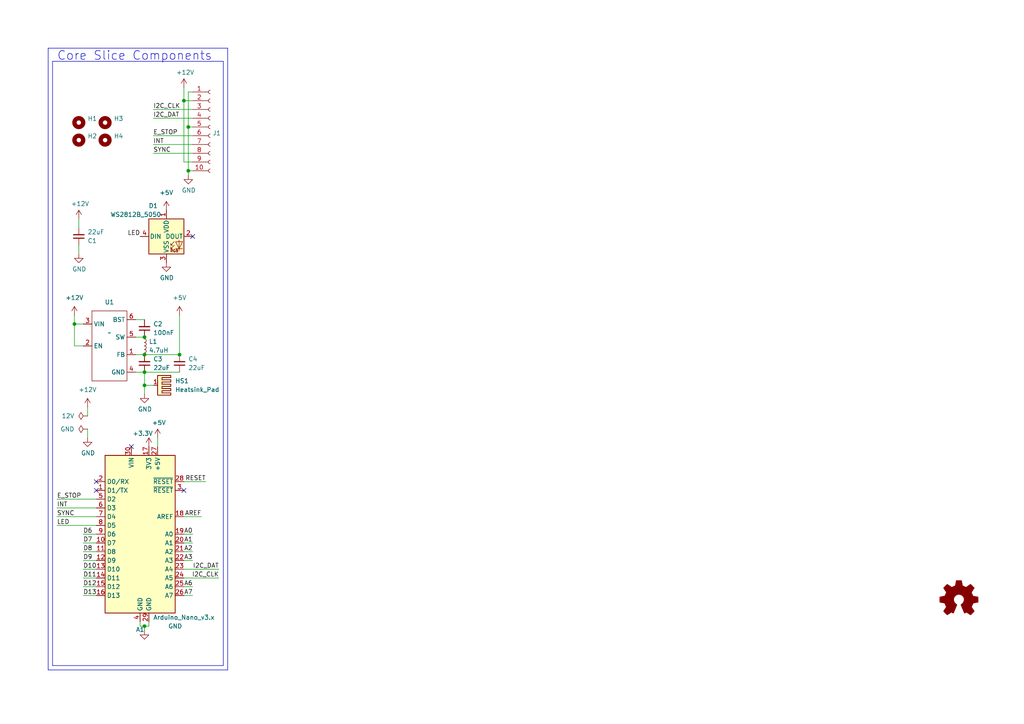
<source format=kicad_sch>
(kicad_sch (version 20250114) (generator "eeschema") (generator_version "9.0")
  (paper "A4")
  (lib_symbols
    (symbol "Connector:Conn_01x10_Female" (pin_names (offset 1.016) (hide yes))
      (property "Reference" "J" (at 0 12.7 0))
      (property "Value" "Conn_01x10_Female" (at 0 -15.24 0))
      (symbol "Conn_01x10_Female_1_1"
        (polyline (pts (xy -1.27 10.16) (xy -0.508 10.16)) (stroke (width 0.1524)))
        (polyline (pts (xy -1.27 7.62) (xy -0.508 7.62)) (stroke (width 0.1524)))
        (polyline (pts (xy -1.27 5.08) (xy -0.508 5.08)) (stroke (width 0.1524)))
        (polyline (pts (xy -1.27 2.54) (xy -0.508 2.54)) (stroke (width 0.1524)))
        (polyline (pts (xy -1.27 0) (xy -0.508 0)) (stroke (width 0.1524)))
        (polyline (pts (xy -1.27 -2.54) (xy -0.508 -2.54)) (stroke (width 0.1524)))
        (polyline (pts (xy -1.27 -5.08) (xy -0.508 -5.08)) (stroke (width 0.1524)))
        (polyline (pts (xy -1.27 -7.62) (xy -0.508 -7.62)) (stroke (width 0.1524)))
        (polyline (pts (xy -1.27 -10.16) (xy -0.508 -10.16)) (stroke (width 0.1524)))
        (polyline (pts (xy -1.27 -12.7) (xy -0.508 -12.7)) (stroke (width 0.1524)))
        (arc (start 0 9.652) (mid -0.5058 10.16) (end 0 10.668) (stroke (width 0.1524)))
        (arc (start 0 7.112) (mid -0.5058 7.62) (end 0 8.128) (stroke (width 0.1524)))
        (arc (start 0 4.572) (mid -0.5058 5.08) (end 0 5.588) (stroke (width 0.1524)))
        (arc (start 0 2.032) (mid -0.5058 2.54) (end 0 3.048) (stroke (width 0.1524)))
        (arc (start 0 -0.508) (mid -0.5058 0) (end 0 0.508) (stroke (width 0.1524)))
        (arc (start 0 -3.048) (mid -0.5058 -2.54) (end 0 -2.032) (stroke (width 0.1524)))
        (arc (start 0 -5.588) (mid -0.5058 -5.08) (end 0 -4.572) (stroke (width 0.1524)))
        (arc (start 0 -8.128) (mid -0.5058 -7.62) (end 0 -7.112) (stroke (width 0.1524)))
        (arc (start 0 -10.668) (mid -0.5058 -10.16) (end 0 -9.652) (stroke (width 0.1524)))
        (arc (start 0 -13.208) (mid -0.5058 -12.7) (end 0 -12.192) (stroke (width 0.1524)))
        (pin passive line (at -5.08 10.16 0) (length 3.81) (name "Pin_1") (number "1"))
        (pin passive line (at -5.08 7.62 0) (length 3.81) (name "Pin_2") (number "2"))
        (pin passive line (at -5.08 5.08 0) (length 3.81) (name "Pin_3") (number "3"))
        (pin passive line (at -5.08 2.54 0) (length 3.81) (name "Pin_4") (number "4"))
        (pin passive line (at -5.08 0 0) (length 3.81) (name "Pin_5") (number "5"))
        (pin passive line (at -5.08 -2.54 0) (length 3.81) (name "Pin_6") (number "6"))
        (pin passive line (at -5.08 -5.08 0) (length 3.81) (name "Pin_7") (number "7"))
        (pin passive line (at -5.08 -7.62 0) (length 3.81) (name "Pin_8") (number "8"))
        (pin passive line (at -5.08 -10.16 0) (length 3.81) (name "Pin_9") (number "9"))
        (pin passive line (at -5.08 -12.7 0) (length 3.81) (name "Pin_10") (number "10"))
      )
    )
    (symbol "Device:C_Small" (pin_numbers (hide yes)) (pin_names (offset 0.254) (hide yes))
      (property "Reference" "C" (at 0.254 1.778 0))
      (property "Value" "C_Small" (at 0.254 -2.032 0))
      (symbol "C_Small_0_1"
        (polyline (pts (xy -1.524 0.508) (xy 1.524 0.508)) (stroke (width 0.3048)))
        (polyline (pts (xy -1.524 -0.508) (xy 1.524 -0.508)) (stroke (width 0.3302)))
      )
      (symbol "C_Small_1_1"
        (pin passive line (at 0 2.54 270) (length 2.032) (name "~") (number "1"))
        (pin passive line (at 0 -2.54 90) (length 2.032) (name "~") (number "2"))
      )
    )
    (symbol "Device:L_Small" (pin_numbers (hide yes)) (pin_names (offset 0.254) (hide yes))
      (property "Reference" "L" (at 0.762 1.016 0))
      (property "Value" "L_Small" (at 0.762 -1.016 0))
      (symbol "L_Small_0_1"
        (arc (start 0 2.032) (mid 0.5058 1.524) (end 0 1.016))
        (arc (start 0 1.016) (mid 0.5058 0.508) (end 0 0))
        (arc (start 0 0) (mid 0.5058 -0.508) (end 0 -1.016))
        (arc (start 0 -1.016) (mid 0.5058 -1.524) (end 0 -2.032))
      )
      (symbol "L_Small_1_1"
        (pin passive line (at 0 2.54 270) (length 0.508) (name "~") (number "1"))
        (pin passive line (at 0 -2.54 90) (length 0.508) (name "~") (number "2"))
      )
    )
    (symbol "Graphic:Logo_Open_Hardware_Small" (in_bom no) (on_board no)
      (symbol "Logo_Open_Hardware_Small_0_1"
        (polyline (pts (xy 3.3528 -4.3434) (xy 3.302 -4.318) (xy 3.175 -4.2418) (xy 2.9972 -4.1148) (xy 2.7686 -3.9624) (xy 2.54 -3.81) (xy 2.3622 -3.7084) (xy 2.2352 -3.6068) (xy 2.1844 -3.5814) (xy 2.159 -3.6068) (xy 2.0574 -3.6576) (xy 1.905 -3.7338) (xy 1.8034 -3.7846) (xy 1.6764 -3.8354) (xy 1.6002 -3.8354) (xy 1.6002 -3.8354) (xy 1.5494 -3.7338) (xy 1.4732 -3.5306) (xy 1.3462 -3.302) (xy 1.2446 -3.0226) (xy 1.1176 -2.7178) (xy 0.9652 -2.413) (xy 0.8636 -2.1082) (xy 0.7366 -1.8288) (xy 0.6604 -1.6256) (xy 0.6096 -1.4732) (xy 0.5842 -1.397) (xy 0.5842 -1.397) (xy 0.6604 -1.3208) (xy 0.7874 -1.2446) (xy 1.0414 -1.016) (xy 1.2954 -0.6858) (xy 1.4478 -0.3302) (xy 1.524 0.0762) (xy 1.4732 0.4572) (xy 1.3208 0.8128) (xy 1.0668 1.143) (xy 0.762 1.3716) (xy 0.4064 1.524) (xy 0 1.5748) (xy -0.381 1.5494) (xy -0.7366 1.397) (xy -1.0668 1.143) (xy -1.2192 0.9906) (xy -1.397 0.6604) (xy -1.524 0.3048) (xy -1.524 0.2286) (xy -1.4986 -0.1778) (xy -1.397 -0.5334) (xy -1.1938 -0.8636) (xy -0.9144 -1.143) (xy -0.8636 -1.1684) (xy -0.7366 -1.27) (xy -0.635 -1.3462) (xy -0.5842 -1.397) (xy -1.0668 -2.5908) (xy -1.143 -2.794) (xy -1.2954 -3.1242) (xy -1.397 -3.4036) (xy -1.4986 -3.6322) (xy -1.5748 -3.7846) (xy -1.6002 -3.8354) (xy -1.6002 -3.8354) (xy -1.651 -3.8354) (xy -1.7272 -3.81) (xy -1.905 -3.7338) (xy -2.0066 -3.683) (xy -2.1336 -3.6068) (xy -2.2098 -3.5814) (xy -2.2606 -3.6068) (xy -2.3622 -3.683) (xy -2.54 -3.81) (xy -2.7686 -3.9624) (xy -2.9718 -4.0894) (xy -3.1496 -4.2164) (xy -3.302 -4.318) (xy -3.3528 -4.3434) (xy -3.3782 -4.3434) (xy -3.429 -4.318) (xy -3.5306 -4.2164) (xy -3.7084 -4.064) (xy -3.937 -3.8354) (xy -3.9624 -3.81) (xy -4.1656 -3.6068) (xy -4.318 -3.4544) (xy -4.4196 -3.3274) (xy -4.445 -3.2766) (xy -4.445 -3.2766) (xy -4.4196 -3.2258) (xy -4.318 -3.0734) (xy -4.2164 -2.8956) (xy -4.064 -2.667) (xy -3.6576 -2.0828) (xy -3.8862 -1.5494) (xy -3.937 -1.3716) (xy -4.0386 -1.1684) (xy -4.0894 -1.0414) (xy -4.1148 -0.9652) (xy -4.191 -0.9398) (xy -4.318 -0.9144) (xy -4.5466 -0.8636) (xy -4.8006 -0.8128) (xy -5.0546 -0.7874) (xy -5.2578 -0.7366) (xy -5.4356 -0.7112) (xy -5.5118 -0.6858) (xy -5.5118 -0.6858) (xy -5.5372 -0.635) (xy -5.5372 -0.5588) (xy -5.5372 -0.4318) (xy -5.5626 -0.2286) (xy -5.5626 0.0762) (xy -5.5626 0.127) (xy -5.5372 0.4064) (xy -5.5372 0.635) (xy -5.5372 0.762) (xy -5.5372 0.8382) (xy -5.5372 0.8382) (xy -5.461 0.8382) (xy -5.3086 0.889) (xy -5.08 0.9144) (xy -4.826 0.9652) (xy -4.8006 0.9906) (xy -4.5466 1.0414) (xy -4.318 1.0668) (xy -4.1656 1.1176) (xy -4.0894 1.143) (xy -4.0894 1.143) (xy -4.0386 1.2446) (xy -3.9624 1.4224) (xy -3.8608 1.6256) (xy -3.7846 1.8288) (xy -3.7084 2.0066) (xy -3.6576 2.159) (xy -3.6322 2.2098) (xy -3.6322 2.2098) (xy -3.683 2.286) (xy -3.7592 2.413) (xy -3.8862 2.5908) (xy -4.064 2.8194) (xy -4.064 2.8448) (xy -4.2164 3.0734) (xy -4.3434 3.2512) (xy -4.4196 3.3782) (xy -4.445 3.4544) (xy -4.445 3.4544) (xy -4.3942 3.5052) (xy -4.2926 3.6322) (xy -4.1148 3.81) (xy -3.937 4.0132) (xy -3.8608 4.064) (xy -3.6576 4.2926) (xy -3.5052 4.4196) (xy -3.4036 4.4958) (xy -3.3528 4.5212) (xy -3.3528 4.5212) (xy -3.302 4.4704) (xy -3.1496 4.3688) (xy -2.9718 4.2418) (xy -2.7432 4.0894) (xy -2.7178 4.0894) (xy -2.4892 3.937) (xy -2.3114 3.81) (xy -2.1844 3.7084) (xy -2.1336 3.683) (xy -2.1082 3.683) (xy -2.032 3.7084) (xy -1.8542 3.7592) (xy -1.6764 3.8354) (xy -1.4732 3.937) (xy -1.27 4.0132) (xy -1.143 4.064) (xy -1.0668 4.1148) (xy -1.0668 4.1148) (xy -1.0414 4.191) (xy -1.016 4.3434) (xy -0.9652 4.572) (xy -0.9144 4.8514) (xy -0.889 4.9022) (xy -0.8382 5.1562) (xy -0.8128 5.3848) (xy -0.7874 5.5372) (xy -0.762 5.588) (xy -0.7112 5.6134) (xy -0.5842 5.6134) (xy -0.4064 5.6134) (xy -0.1524 5.6134) (xy 0.0762 5.6134) (xy 0.3302 5.6134) (xy 0.5334 5.6134) (xy 0.6858 5.588) (xy 0.7366 5.588) (xy 0.7366 5.588) (xy 0.762 5.5118) (xy 0.8128 5.334) (xy 0.8382 5.1054) (xy 0.9144 4.826) (xy 0.9144 4.7752) (xy 0.9652 4.5212) (xy 1.016 4.2926) (xy 1.0414 4.1402) (xy 1.0668 4.0894) (xy 1.0668 4.0894) (xy 1.1938 4.0386) (xy 1.3716 3.9624) (xy 1.5748 3.8608) (xy 2.0828 3.6576) (xy 2.7178 4.0894) (xy 2.7686 4.1402) (xy 2.9972 4.2926) (xy 3.175 4.4196) (xy 3.302 4.4958) (xy 3.3782 4.5212) (xy 3.3782 4.5212) (xy 3.429 4.4704) (xy 3.556 4.3434) (xy 3.7338 4.191) (xy 3.9116 3.9878) (xy 4.064 3.8354) (xy 4.2418 3.6576) (xy 4.3434 3.556) (xy 4.4196 3.4798) (xy 4.4196 3.429) (xy 4.4196 3.4036) (xy 4.3942 3.3274) (xy 4.2926 3.2004) (xy 4.1656 2.9972) (xy 4.0132 2.794) (xy 3.8862 2.5908) (xy 3.7592 2.3876) (xy 3.6576 2.2352) (xy 3.6322 2.159) (xy 3.6322 2.1336) (xy 3.683 2.0066) (xy 3.7592 1.8288) (xy 3.8608 1.6002) (xy 4.064 1.1176) (xy 4.3942 1.0414) (xy 4.5974 1.016) (xy 4.8768 0.9652) (xy 5.1308 0.9144) (xy 5.5372 0.8382) (xy 5.5626 -0.6604) (xy 5.4864 -0.6858) (xy 5.4356 -0.6858) (xy 5.2832 -0.7366) (xy 5.0546 -0.762) (xy 4.8006 -0.8128) (xy 4.5974 -0.8636) (xy 4.3688 -0.9144) (xy 4.2164 -0.9398) (xy 4.1402 -0.9398) (xy 4.1148 -0.9652) (xy 4.064 -1.0668) (xy 3.9878 -1.2446) (xy 3.9116 -1.4478) (xy 3.81 -1.651) (xy 3.7338 -1.8542) (xy 3.683 -2.0066) (xy 3.6576 -2.0828) (xy 3.683 -2.1336) (xy 3.7846 -2.2606) (xy 3.8862 -2.4638) (xy 4.0386 -2.667) (xy 4.191 -2.8956) (xy 4.318 -3.0734) (xy 4.3942 -3.2004) (xy 4.445 -3.2766) (xy 4.4196 -3.3274) (xy 4.3434 -3.429) (xy 4.1656 -3.5814) (xy 3.937 -3.8354) (xy 3.8862 -3.8608) (xy 3.683 -4.064) (xy 3.5306 -4.2164) (xy 3.4036 -4.318) (xy 3.3528 -4.3434)) (fill (type outline)))
      )
    )
    (symbol "MCU_Module:Arduino_Nano_v3.x"
      (property "Reference" "A" (at -10.16 23.495 0))
      (property "Value" "Arduino_Nano_v3.x" (at 5.08 -24.13 0))
      (symbol "Arduino_Nano_v3.x_0_1"
        (rectangle (start -10.16 22.86) (end 10.16 -22.86) (stroke (width 0.254)) (fill (type background)))
      )
      (symbol "Arduino_Nano_v3.x_1_1"
        (pin bidirectional line (at -12.7 15.24 0) (length 2.54) (name "D0/RX") (number "2"))
        (pin bidirectional line (at -12.7 12.7 0) (length 2.54) (name "D1/TX") (number "1"))
        (pin bidirectional line (at -12.7 10.16 0) (length 2.54) (name "D2") (number "5"))
        (pin bidirectional line (at -12.7 7.62 0) (length 2.54) (name "D3") (number "6"))
        (pin bidirectional line (at -12.7 5.08 0) (length 2.54) (name "D4") (number "7"))
        (pin bidirectional line (at -12.7 2.54 0) (length 2.54) (name "D5") (number "8"))
        (pin bidirectional line (at -12.7 0 0) (length 2.54) (name "D6") (number "9"))
        (pin bidirectional line (at -12.7 -2.54 0) (length 2.54) (name "D7") (number "10"))
        (pin bidirectional line (at -12.7 -5.08 0) (length 2.54) (name "D8") (number "11"))
        (pin bidirectional line (at -12.7 -7.62 0) (length 2.54) (name "D9") (number "12"))
        (pin bidirectional line (at -12.7 -10.16 0) (length 2.54) (name "D10") (number "13"))
        (pin bidirectional line (at -12.7 -12.7 0) (length 2.54) (name "D11") (number "14"))
        (pin bidirectional line (at -12.7 -15.24 0) (length 2.54) (name "D12") (number "15"))
        (pin bidirectional line (at -12.7 -17.78 0) (length 2.54) (name "D13") (number "16"))
        (pin power_in line (at -2.54 25.4 270) (length 2.54) (name "VIN") (number "30"))
        (pin power_in line (at 0 -25.4 90) (length 2.54) (name "GND") (number "4"))
        (pin power_out line (at 2.54 25.4 270) (length 2.54) (name "3V3") (number "17"))
        (pin power_in line (at 2.54 -25.4 90) (length 2.54) (name "GND") (number "29"))
        (pin power_out line (at 5.08 25.4 270) (length 2.54) (name "+5V") (number "27"))
        (pin input line (at 12.7 15.24 180) (length 2.54) (name "~{RESET}") (number "28"))
        (pin input line (at 12.7 12.7 180) (length 2.54) (name "~{RESET}") (number "3"))
        (pin input line (at 12.7 5.08 180) (length 2.54) (name "AREF") (number "18"))
        (pin bidirectional line (at 12.7 0 180) (length 2.54) (name "A0") (number "19"))
        (pin bidirectional line (at 12.7 -2.54 180) (length 2.54) (name "A1") (number "20"))
        (pin bidirectional line (at 12.7 -5.08 180) (length 2.54) (name "A2") (number "21"))
        (pin bidirectional line (at 12.7 -7.62 180) (length 2.54) (name "A3") (number "22"))
        (pin bidirectional line (at 12.7 -10.16 180) (length 2.54) (name "A4") (number "23"))
        (pin bidirectional line (at 12.7 -12.7 180) (length 2.54) (name "A5") (number "24"))
        (pin bidirectional line (at 12.7 -15.24 180) (length 2.54) (name "A6") (number "25"))
        (pin bidirectional line (at 12.7 -17.78 180) (length 2.54) (name "A7") (number "26"))
      )
    )
    (symbol "Mechanical:Heatsink_Pad" (pin_names (offset 0))
      (property "Reference" "HS" (at 0 5.715 0))
      (property "Value" "Heatsink_Pad" (at 0 3.81 0))
      (symbol "Heatsink_Pad_0_1"
        (polyline (pts (xy -0.3302 0) (xy -0.9652 0) (xy -0.9652 2.54) (xy -1.6002 2.54) (xy -1.6002 0) (xy -2.2352 0) (xy -2.2352 2.54) (xy -2.8702 2.54) (xy -2.8702 -1.27) (xy -0.9652 -1.27)) (stroke (width 0.254)) (fill (type background)))
        (polyline (pts (xy -0.3302 0) (xy -0.3302 2.54) (xy 0.3048 2.54) (xy 0.3048 0) (xy 0.9398 0) (xy 0.9398 2.54) (xy 1.5748 2.54) (xy 1.5748 0) (xy 2.2098 0) (xy 2.2098 2.54) (xy 2.8448 2.54) (xy 2.8448 -1.27) (xy -0.9652 -1.27)) (stroke (width 0.254)) (fill (type background)))
      )
      (symbol "Heatsink_Pad_1_1"
        (pin passive line (at 0 -2.54 90) (length 1.27) (name "~") (number "1"))
      )
    )
    (symbol "Mechanical:MountingHole" (pin_names (offset 1.016))
      (property "Reference" "H" (at 0 5.08 0))
      (property "Value" "MountingHole" (at 0 3.175 0))
      (symbol "MountingHole_0_1"
        (circle (center 0 0) (radius 1.27) (stroke (width 1.27)))
      )
    )
    (symbol "SparkFun-DiscreteSemi:AP63205"
      (property "Reference" "U" (at 0 7.62 0))
      (symbol "AP63205_0_1"
        (rectangle (start -5.08 6.35) (end 5.08 -13.97))
      )
      (symbol "AP63205_1_1"
        (pin input line (at -7.62 2.54 0) (length 2.54) (name "VIN") (number "3"))
        (pin input line (at -7.62 -3.81 0) (length 2.54) (name "EN") (number "2"))
        (pin input line (at 7.62 3.81 180) (length 2.54) (name "BST") (number "6"))
        (pin input line (at 7.62 -1.27 180) (length 2.54) (name "SW") (number "5"))
        (pin input line (at 7.62 -6.35 180) (length 2.54) (name "FB") (number "1"))
        (pin input line (at 7.62 -11.43 180) (length 2.54) (name "GND") (number "4"))
      )
    )
    (symbol "SparkFun-LED:WS2812B_5050" (pin_names (offset 0.254))
      (property "Reference" "D" (at 5.08 5.715 0))
      (property "Value" "WS2812B_5050" (at 1.27 -5.715 0))
      (symbol "WS2812B_5050_0_0"
        (text "RGB" (at 2.286 -4.191 0) (effects (font (size 0.762 0.762))))
      )
      (symbol "WS2812B_5050_0_1"
        (polyline (pts (xy 1.27 -2.54) (xy 1.778 -2.54)))
        (polyline (pts (xy 1.27 -3.556) (xy 1.778 -3.556)))
        (polyline (pts (xy 2.286 -1.524) (xy 1.27 -2.54) (xy 1.27 -2.032)))
        (polyline (pts (xy 2.286 -2.54) (xy 1.27 -3.556) (xy 1.27 -3.048)))
        (polyline (pts (xy 3.683 -1.016) (xy 3.683 -3.556) (xy 3.683 -4.064)))
        (polyline (pts (xy 4.699 -1.524) (xy 2.667 -1.524) (xy 3.683 -3.556) (xy 4.699 -1.524)))
        (polyline (pts (xy 4.699 -3.556) (xy 2.667 -3.556)))
        (rectangle (start 5.08 5.08) (end -5.08 -5.08) (stroke (width 0.254)) (fill (type background)))
      )
      (symbol "WS2812B_5050_1_1"
        (pin input line (at -7.62 0 0) (length 2.54) (name "DIN") (number "4"))
        (pin power_in line (at 0 7.62 270) (length 2.54) (name "VDD") (number "1"))
        (pin power_in line (at 0 -7.62 90) (length 2.54) (name "VSS") (number "3"))
        (pin output line (at 7.62 0 180) (length 2.54) (name "DOUT") (number "2"))
      )
    )
    (symbol "power:+12V" (power) (pin_names (offset 0))
      (property "Value" "+12V" (at 0 3.556 0))
      (symbol "+12V_0_1"
        (polyline (pts (xy -0.762 1.27) (xy 0 2.54)))
        (polyline (pts (xy 0 2.54) (xy 0.762 1.27)))
        (polyline (pts (xy 0 0) (xy 0 2.54)))
      )
      (symbol "+12V_1_1"
        (pin power_in line (at 0 0 90) (length 0) (hide yes) (name "+12V") (number "1"))
      )
    )
    (symbol "power:+3.3V" (power) (pin_numbers (hide yes)) (pin_names (offset 0) (hide yes))
      (property "Value" "+3.3V" (at 0 3.556 0))
      (symbol "+3.3V_0_1"
        (polyline (pts (xy -0.762 1.27) (xy 0 2.54)))
        (polyline (pts (xy 0 2.54) (xy 0.762 1.27)))
        (polyline (pts (xy 0 0) (xy 0 2.54)))
      )
      (symbol "+3.3V_1_1"
        (pin power_in line (at 0 0 90) (length 0) (name "~") (number "1"))
      )
    )
    (symbol "power:+5V" (power) (pin_names (offset 0))
      (property "Value" "+5V" (at 0 3.556 0))
      (symbol "+5V_0_1"
        (polyline (pts (xy -0.762 1.27) (xy 0 2.54)))
        (polyline (pts (xy 0 2.54) (xy 0.762 1.27)))
        (polyline (pts (xy 0 0) (xy 0 2.54)))
      )
      (symbol "+5V_1_1"
        (pin power_in line (at 0 0 90) (length 0) (hide yes) (name "+5V") (number "1"))
      )
    )
    (symbol "power:GND" (power) (pin_names (offset 0))
      (property "Value" "GND" (at 0 -3.81 0))
      (symbol "GND_0_1"
        (polyline (pts (xy 0 0) (xy 0 -1.27) (xy 1.27 -1.27) (xy 0 -2.54) (xy -1.27 -1.27) (xy 0 -1.27)))
      )
      (symbol "GND_1_1"
        (pin power_in line (at 0 0 270) (length 0) (hide yes) (name "GND") (number "1"))
      )
    )
    (symbol "power:PWR_FLAG" (power) (pin_numbers (hide yes)) (pin_names (offset 0) (hide yes))
      (property "Value" "PWR_FLAG" (at 0 3.81 0))
      (symbol "PWR_FLAG_0_0"
        (pin power_out line (at 0 0 90) (length 0) (name "~") (number "1"))
      )
      (symbol "PWR_FLAG_0_1"
        (polyline (pts (xy 0 0) (xy 0 1.27) (xy -1.016 1.905) (xy 0 2.54) (xy 1.016 1.905) (xy 0 1.27)))
      )
    )
  )
  (text "Core Slice Components" (at 16.51 17.78 0) (effects (font (size 2.54 2.54)) (justify left bottom)))
  (junction (at 54.61 49.53))
  (junction (at 41.91 107.95))
  (junction (at 41.91 111.76))
  (junction (at 41.91 102.87))
  (junction (at 53.34 29.21))
  (junction (at 41.91 181.61))
  (junction (at 54.61 36.83))
  (junction (at 52.07 102.87))
  (junction (at 41.91 97.79))
  (junction (at 21.59 93.98))
  (no_connect (at 27.94 142.24))
  (no_connect (at 27.94 139.7))
  (no_connect (at 38.1 129.54))
  (no_connect (at 53.34 142.24))
  (no_connect (at 55.88 68.58))
  (polyline (pts (xy 66.04 194.31) (xy 66.04 13.97)))
  (wire (pts (xy 43.18 181.61) (xy 43.18 180.34)))
  (polyline (pts (xy 66.04 13.97) (xy 13.97 13.97)))
  (wire (pts (xy 22.86 71.12) (xy 22.86 73.66)))
  (wire (pts (xy 41.91 181.61) (xy 43.18 181.61)))
  (wire (pts (xy 21.59 100.33) (xy 21.59 93.98)))
  (wire (pts (xy 44.45 41.91) (xy 55.88 41.91)))
  (wire (pts (xy 53.34 162.56) (xy 55.88 162.56)))
  (wire (pts (xy 44.45 31.75) (xy 55.88 31.75)))
  (polyline (pts (xy 13.97 13.97) (xy 13.97 194.31)))
  (wire (pts (xy 53.34 29.21) (xy 55.88 29.21)))
  (wire (pts (xy 53.34 170.18) (xy 55.88 170.18)))
  (wire (pts (xy 59.69 139.7) (xy 53.34 139.7)))
  (wire (pts (xy 39.37 92.71) (xy 41.91 92.71)))
  (wire (pts (xy 24.13 162.56) (xy 27.94 162.56)))
  (polyline (pts (xy 13.97 194.31) (xy 66.04 194.31)))
  (wire (pts (xy 53.34 25.4) (xy 53.34 29.21)))
  (wire (pts (xy 44.45 34.29) (xy 55.88 34.29)))
  (wire (pts (xy 54.61 49.53) (xy 54.61 36.83)))
  (wire (pts (xy 55.88 39.37) (xy 44.45 39.37)))
  (polyline (pts (xy 64.77 17.78) (xy 15.24 17.78)))
  (wire (pts (xy 24.13 172.72) (xy 27.94 172.72)))
  (wire (pts (xy 55.88 46.99) (xy 53.34 46.99)))
  (wire (pts (xy 44.45 44.45) (xy 55.88 44.45)))
  (wire (pts (xy 24.13 154.94) (xy 27.94 154.94)))
  (wire (pts (xy 53.34 160.02) (xy 55.88 160.02)))
  (wire (pts (xy 16.51 149.86) (xy 27.94 149.86)))
  (wire (pts (xy 39.37 97.79) (xy 41.91 97.79)))
  (wire (pts (xy 24.13 170.18) (xy 27.94 170.18)))
  (wire (pts (xy 52.07 102.87) (xy 52.07 91.44)))
  (wire (pts (xy 24.13 165.1) (xy 27.94 165.1)))
  (wire (pts (xy 45.72 127) (xy 45.72 129.54)))
  (wire (pts (xy 40.64 180.34) (xy 40.64 181.61)))
  (wire (pts (xy 39.37 107.95) (xy 41.91 107.95)))
  (wire (pts (xy 21.59 100.33) (xy 24.13 100.33)))
  (wire (pts (xy 41.91 107.95) (xy 52.07 107.95)))
  (wire (pts (xy 24.13 160.02) (xy 27.94 160.02)))
  (polyline (pts (xy 64.77 193.04) (xy 64.77 17.78)))
  (wire (pts (xy 25.4 118.11) (xy 25.4 120.65)))
  (wire (pts (xy 54.61 26.67) (xy 55.88 26.67)))
  (wire (pts (xy 22.86 63.5) (xy 22.86 66.04)))
  (wire (pts (xy 44.45 111.76) (xy 41.91 111.76)))
  (polyline (pts (xy 15.24 193.04) (xy 64.77 193.04)))
  (wire (pts (xy 55.88 36.83) (xy 54.61 36.83)))
  (wire (pts (xy 16.51 152.4) (xy 27.94 152.4)))
  (wire (pts (xy 40.64 181.61) (xy 41.91 181.61)))
  (wire (pts (xy 41.91 102.87) (xy 52.07 102.87)))
  (wire (pts (xy 41.91 181.61) (xy 41.91 182.88)))
  (wire (pts (xy 27.94 144.78) (xy 16.51 144.78)))
  (wire (pts (xy 53.34 154.94) (xy 55.88 154.94)))
  (wire (pts (xy 24.13 167.64) (xy 27.94 167.64)))
  (wire (pts (xy 53.34 46.99) (xy 53.34 29.21)))
  (wire (pts (xy 54.61 50.8) (xy 54.61 49.53)))
  (wire (pts (xy 16.51 147.32) (xy 27.94 147.32)))
  (wire (pts (xy 53.34 167.64) (xy 63.5 167.64)))
  (wire (pts (xy 24.13 157.48) (xy 27.94 157.48)))
  (wire (pts (xy 39.37 102.87) (xy 41.91 102.87)))
  (wire (pts (xy 54.61 36.83) (xy 54.61 26.67)))
  (wire (pts (xy 63.5 165.1) (xy 53.34 165.1)))
  (wire (pts (xy 53.34 172.72) (xy 55.88 172.72)))
  (wire (pts (xy 53.34 157.48) (xy 55.88 157.48)))
  (wire (pts (xy 25.4 124.46) (xy 25.4 127)))
  (wire (pts (xy 58.42 149.86) (xy 53.34 149.86)))
  (wire (pts (xy 55.88 49.53) (xy 54.61 49.53)))
  (wire (pts (xy 41.91 111.76) (xy 41.91 107.95)))
  (wire (pts (xy 21.59 93.98) (xy 24.13 93.98)))
  (wire (pts (xy 41.91 114.3) (xy 41.91 111.76)))
  (wire (pts (xy 21.59 91.44) (xy 21.59 93.98)))
  (polyline (pts (xy 15.24 17.78) (xy 15.24 193.04)))
  (label "LED" (at 40.64 68.58 180))
  (label "LED" (at 16.51 152.4 0))
  (label "AREF" (at 58.42 149.86 180))
  (label "A0" (at 55.88 154.94 180))
  (label "D7" (at 24.13 157.48 0))
  (label "I2C_CLK" (at 44.45 31.75 0))
  (label "I2C_DAT" (at 44.45 34.29 0))
  (label "D11" (at 24.13 167.64 0))
  (label "A6" (at 55.88 170.18 180))
  (label "E_STOP" (at 16.51 144.78 0))
  (label "E_STOP" (at 44.45 39.37 0))
  (label "D10" (at 24.13 165.1 0))
  (label "INT" (at 16.51 147.32 0))
  (label "D9" (at 24.13 162.56 0))
  (label "D13" (at 24.13 172.72 0))
  (label "D8" (at 24.13 160.02 0))
  (label "SYNC" (at 16.51 149.86 0))
  (label "A3" (at 55.88 162.56 180))
  (label "RESET" (at 59.69 139.7 180))
  (label "A1" (at 55.88 157.48 180))
  (label "D6" (at 24.13 154.94 0))
  (label "SYNC" (at 44.45 44.45 0))
  (label "I2C_DAT" (at 63.5 165.1 180))
  (label "D12" (at 24.13 170.18 0))
  (label "INT" (at 44.45 41.91 0))
  (label "A7" (at 55.88 172.72 180))
  (label "I2C_CLK" (at 63.5 167.64 180))
  (label "A2" (at 55.88 160.02 180))
  (symbol (lib_id "power:GND") (at 41.91 182.88 0) (unit 1)
    (property "Reference" "#PWR07" (effects (hide yes)))
    (property "Value" "GND" (at 50.8 181.61 0))
  )
  (symbol (lib_id "power:+5V") (at 45.72 127 0) (unit 1)
    (property "Reference" "#PWR08" (effects (hide yes)))
    (property "Value" "+5V" (at 46.101 122.6058 0))
  )
  (symbol (lib_id "power:GND") (at 22.86 73.66 0) (unit 1)
    (property "Reference" "#PWR03" (effects (hide yes)))
    (property "Value" "GND" (at 22.987 78.0542 0))
  )
  (symbol (lib_id "Mechanical:MountingHole") (at 22.86 35.56 0) (unit 1)
    (property "Reference" "H1" (at 25.4 34.3916 0) (effects (justify left)))
    (property "Value" "MountingHole" (effects (hide yes)))
    (property "Footprint" "MountingHole:MountingHole_5mm" (effects (hide yes)))
  )
  (symbol (lib_id "Mechanical:MountingHole") (at 22.86 40.64 0) (unit 1)
    (property "Reference" "H2" (at 25.4 39.4716 0) (effects (justify left)))
    (property "Value" "MountingHole" (effects (hide yes)))
    (property "Footprint" "MountingHole:MountingHole_5mm" (effects (hide yes)))
  )
  (symbol (lib_id "Mechanical:MountingHole") (at 30.48 35.56 0) (unit 1)
    (property "Reference" "H3" (at 33.02 34.3916 0) (effects (justify left)))
    (property "Value" "MountingHole" (effects (hide yes)))
    (property "Footprint" "MountingHole:MountingHole_5mm" (effects (hide yes)))
  )
  (symbol (lib_id "Mechanical:MountingHole") (at 30.48 40.64 0) (unit 1)
    (property "Reference" "H4" (at 33.02 39.4716 0) (effects (justify left)))
    (property "Value" "MountingHole" (effects (hide yes)))
    (property "Footprint" "MountingHole:MountingHole_5mm" (effects (hide yes)))
  )
  (symbol (lib_id "MCU_Module:Arduino_Nano_v3.x") (at 40.64 154.94 0) (unit 1)
    (property "Reference" "A1" (at 40.64 182.6006 0))
    (property "Value" "Arduino_Nano_v3.x" (at 53.34 179.07 0))
    (property "Footprint" "Module:Arduino_Nano" (effects (hide yes)))
    (property "Datasheet" "http://www.mouser.com/pdfdocs/Gravitech_Arduino_Nano3_0.pdf" (effects (hide yes)))
  )
  (symbol (lib_id "Graphic:Logo_Open_Hardware_Small") (at 278.13 173.99 0) (unit 1) (exclude_from_sim yes)
    (property "Reference" "#SYM1" (effects (hide yes)))
    (property "Value" "Logo_Open_Hardware_Small" (effects (hide yes)))
    (property "Footprint" "Symbol:OSHW-Symbol_6.7x6mm_SilkScreen" (effects (hide yes)))
  )
  (symbol (lib_id "Connector:Conn_01x10_Female") (at 60.96 36.83 0) (unit 1)
    (property "Reference" "J1" (at 61.6712 38.608 0) (effects (justify left)))
    (property "Value" "Conn_01x10_Female" (effects (hide yes)))
    (property "Footprint" "Connector_PinSocket_2.54mm:PinSocket_1x10_P2.54mm_Horizontal" (effects (hide yes)))
  )
  (symbol (lib_id "power:+12V") (at 53.34 25.4 0) (unit 1)
    (property "Reference" "#PWR012" (effects (hide yes)))
    (property "Value" "+12V" (at 53.721 21.0058 0))
  )
  (symbol (lib_id "power:GND") (at 54.61 50.8 0) (unit 1)
    (property "Reference" "#PWR013" (effects (hide yes)))
    (property "Value" "GND" (at 54.737 55.1942 0))
  )
  (symbol (lib_id "power:+12V") (at 22.86 63.5 0) (unit 1)
    (property "Reference" "#PWR02" (effects (hide yes)))
    (property "Value" "+12V" (at 23.241 59.1058 0))
  )
  (symbol (lib_id "power:GND") (at 25.4 127 0) (unit 1)
    (property "Reference" "#PWR05" (effects (hide yes)))
    (property "Value" "GND" (at 25.527 131.3942 0))
  )
  (symbol (lib_id "power:+3.3V") (at 43.18 129.54 0) (unit 1)
    (property "Reference" "#PWR014" (effects (hide yes)))
    (property "Value" "+3.3V" (at 41.402 125.73 0))
    (property "Description" "Power symbol creates a global label with name \"+3.3V\"" (effects (hide yes)))
  )
  (symbol (lib_id "power:PWR_FLAG") (at 25.4 124.46 90) (unit 1)
    (property "Reference" "#FLG02" (effects (hide yes)))
    (property "Value" "GND" (at 21.59 124.4599 90) (effects (justify left)))
    (property "Description" "Special symbol for telling ERC where power comes from" (effects (hide yes)))
  )
  (symbol (lib_id "Device:C_Small") (at 41.91 95.25 180) (unit 1)
    (property "Reference" "C2" (at 44.45 93.9736 0) (effects (justify right)))
    (property "Value" "100nF" (at 44.45 96.5136 0) (effects (justify right)))
    (property "Footprint" "Capacitor_SMD:C_1206_3216Metric" (effects (hide yes)))
  )
  (symbol (lib_id "power:+12V") (at 21.59 91.44 0) (unit 1)
    (property "Reference" "#PWR01" (effects (hide yes)))
    (property "Value" "+12V" (at 21.59 86.36 0))
  )
  (symbol (lib_id "power:PWR_FLAG") (at 25.4 120.65 90) (unit 1)
    (property "Reference" "#FLG01" (effects (hide yes)))
    (property "Value" "12V" (at 21.59 120.6499 90) (effects (justify left)))
    (property "Description" "Special symbol for telling ERC where power comes from" (effects (hide yes)))
  )
  (symbol (lib_id "Device:C_Small") (at 41.91 105.41 180) (unit 1)
    (property "Reference" "C3" (at 44.45 104.1336 0) (effects (justify right)))
    (property "Value" "22uF" (at 44.45 106.6736 0) (effects (justify right)))
    (property "Footprint" "Capacitor_SMD:C_1206_3216Metric" (effects (hide yes)))
  )
  (symbol (lib_id "SparkFun-DiscreteSemi:AP63205") (at 31.75 96.52 0) (unit 1)
    (property "Reference" "U1" (at 31.75 87.63 0))
    (property "Value" "~" (at 31.75 96.52 0))
    (property "Footprint" "Package_TO_SOT_SMD:TSOT-23-6" (effects (hide yes)))
  )
  (symbol (lib_id "power:+12V") (at 25.4 118.11 0) (unit 1)
    (property "Reference" "#PWR04" (effects (hide yes)))
    (property "Value" "+12V" (at 25.4 113.03 0))
  )
  (symbol (lib_id "power:GND") (at 41.91 114.3 0) (unit 1)
    (property "Reference" "#PWR06" (effects (hide yes)))
    (property "Value" "GND" (at 42.037 118.6942 0))
  )
  (symbol (lib_id "Mechanical:Heatsink_Pad") (at 46.99 111.76 270) (unit 1)
    (property "Reference" "HS1" (at 50.8 110.4773 90) (effects (justify left)))
    (property "Value" "Heatsink_Pad" (at 50.8 113.0173 90) (effects (justify left)))
    (property "Footprint" "KML-Custom:Thermal Pad" (effects (hide yes)))
  )
  (symbol (lib_id "Device:L_Small") (at 41.91 100.33 0) (unit 1)
    (property "Reference" "L1" (at 43.18 99.06 0) (effects (justify left)))
    (property "Value" "4.7uH" (at 43.18 101.6 0) (effects (justify left)))
    (property "Footprint" "Inductor_SMD:L_1210_3225Metric" (effects (hide yes)))
  )
  (symbol (lib_id "power:GND") (at 48.26 76.2 0) (unit 1)
    (property "Reference" "#PWR010" (effects (hide yes)))
    (property "Value" "GND" (at 48.387 80.5942 0))
  )
  (symbol (lib_id "power:+5V") (at 52.07 91.44 0) (unit 1)
    (property "Reference" "#PWR011" (effects (hide yes)))
    (property "Value" "+5V" (at 52.07 86.36 0))
  )
  (symbol (lib_id "Device:C_Small") (at 52.07 105.41 180) (unit 1)
    (property "Reference" "C4" (at 54.61 104.1336 0) (effects (justify right)))
    (property "Value" "22uF" (at 54.61 106.6736 0) (effects (justify right)))
    (property "Footprint" "Capacitor_SMD:C_1206_3216Metric" (effects (hide yes)))
  )
  (symbol (lib_id "power:+5V") (at 48.26 60.96 0) (unit 1)
    (property "Reference" "#PWR09" (effects (hide yes)))
    (property "Value" "+5V" (at 48.26 55.88 0))
  )
  (symbol (lib_id "SparkFun-LED:WS2812B_5050") (at 48.26 68.58 0) (unit 1)
    (property "Reference" "D1" (at 44.45 59.69 0))
    (property "Value" "WS2812B_5050" (at 39.37 62.23 0))
    (property "Footprint" "SparkFun-LED:WS2812-5050-4PIN" (effects (hide yes)))
    (property "Datasheet" "https://cdn.sparkfun.com/datasheets/BreakoutBoards/WS2812B.pdf" (effects (hide yes)))
  )
  (symbol (lib_id "Device:C_Small") (at 22.86 68.58 0) (mirror x) (unit 1)
    (property "Reference" "C1" (at 25.4 69.8437 0) (effects (justify left)))
    (property "Value" "22uF" (at 25.4 67.3037 0) (effects (justify left)))
    (property "Footprint" "Capacitor_SMD:C_1206_3216Metric" (effects (hide yes)))
  )
)
</source>
